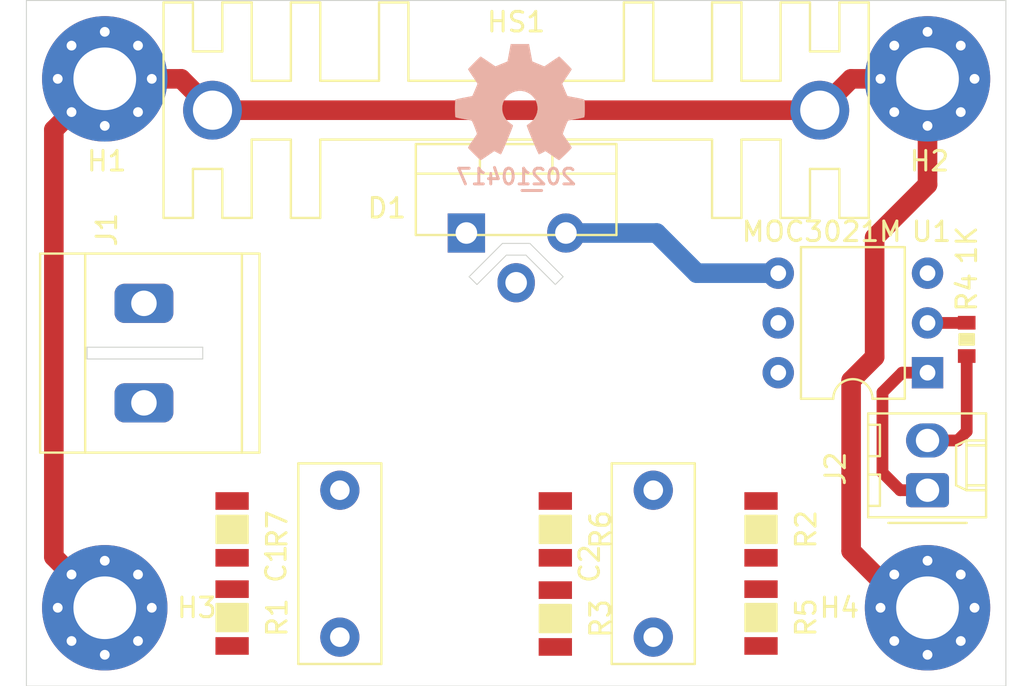
<source format=kicad_pcb>
(kicad_pcb (version 20171130) (host pcbnew 5.1.9-73d0e3b20d~88~ubuntu20.10.1)

  (general
    (thickness 1.6)
    (drawings 16)
    (tracks 28)
    (zones 0)
    (modules 20)
    (nets 16)
  )

  (page A4)
  (layers
    (0 F.Cu signal)
    (31 B.Cu signal)
    (32 B.Adhes user)
    (33 F.Adhes user)
    (34 B.Paste user)
    (35 F.Paste user)
    (36 B.SilkS user)
    (37 F.SilkS user)
    (38 B.Mask user)
    (39 F.Mask user)
    (40 Dwgs.User user)
    (41 Cmts.User user)
    (42 Eco1.User user)
    (43 Eco2.User user)
    (44 Edge.Cuts user)
    (45 Margin user)
    (46 B.CrtYd user)
    (47 F.CrtYd user)
    (48 B.Fab user)
    (49 F.Fab user)
  )

  (setup
    (last_trace_width 0.25)
    (user_trace_width 0.2)
    (user_trace_width 0.3)
    (user_trace_width 0.4)
    (user_trace_width 0.6)
    (user_trace_width 0.8)
    (user_trace_width 1)
    (user_trace_width 1.2)
    (user_trace_width 1.4)
    (user_trace_width 1.6)
    (user_trace_width 2)
    (trace_clearance 0.2)
    (zone_clearance 0.508)
    (zone_45_only no)
    (trace_min 0.1524)
    (via_size 0.8)
    (via_drill 0.4)
    (via_min_size 0.381)
    (via_min_drill 0.254)
    (user_via 0.4 0.254)
    (user_via 0.5 0.3)
    (user_via 0.6 0.4)
    (user_via 0.8 0.6)
    (user_via 1.1 0.8)
    (user_via 1.3 1)
    (user_via 1.5 1.2)
    (user_via 1.7 1.4)
    (user_via 1.9 1.6)
    (user_via 2.5 2)
    (uvia_size 0.3)
    (uvia_drill 0.1)
    (uvias_allowed no)
    (uvia_min_size 0.2)
    (uvia_min_drill 0.1)
    (edge_width 0.05)
    (segment_width 0.2)
    (pcb_text_width 0.3)
    (pcb_text_size 1.5 1.5)
    (mod_edge_width 0.12)
    (mod_text_size 0.8 0.8)
    (mod_text_width 0.12)
    (pad_size 1.524 1.524)
    (pad_drill 0.762)
    (pad_to_mask_clearance 0.0762)
    (solder_mask_min_width 0.1016)
    (pad_to_paste_clearance_ratio -0.1)
    (aux_axis_origin 0 0)
    (visible_elements FFFFFF7F)
    (pcbplotparams
      (layerselection 0x010fc_ffffffff)
      (usegerberextensions false)
      (usegerberattributes true)
      (usegerberadvancedattributes true)
      (creategerberjobfile true)
      (excludeedgelayer true)
      (linewidth 0.100000)
      (plotframeref false)
      (viasonmask false)
      (mode 1)
      (useauxorigin false)
      (hpglpennumber 1)
      (hpglpenspeed 20)
      (hpglpendiameter 15.000000)
      (psnegative false)
      (psa4output false)
      (plotreference true)
      (plotvalue true)
      (plotinvisibletext false)
      (padsonsilk false)
      (subtractmaskfromsilk false)
      (outputformat 1)
      (mirror false)
      (drillshape 1)
      (scaleselection 1)
      (outputdirectory ""))
  )

  (net 0 "")
  (net 1 "Net-(D1-Pad3)")
  (net 2 Earth)
  (net 3 "Net-(C1-Pad1)")
  (net 4 /LIVE)
  (net 5 /SWITCH)
  (net 6 /LED_C)
  (net 7 /LED_A)
  (net 8 "Net-(R2-Pad1)")
  (net 9 "Net-(R4-Pad1)")
  (net 10 "Net-(U1-Pad3)")
  (net 11 "Net-(U1-Pad5)")
  (net 12 "Net-(C2-Pad1)")
  (net 13 "Net-(R1-Pad1)")
  (net 14 "Net-(R2-Pad2)")
  (net 15 "Net-(R3-Pad1)")

  (net_class Default "This is the default net class."
    (clearance 0.2)
    (trace_width 0.25)
    (via_dia 0.8)
    (via_drill 0.4)
    (uvia_dia 0.3)
    (uvia_drill 0.1)
    (add_net /LED_A)
    (add_net /LED_C)
    (add_net /LIVE)
    (add_net /SWITCH)
    (add_net Earth)
    (add_net "Net-(C1-Pad1)")
    (add_net "Net-(C2-Pad1)")
    (add_net "Net-(D1-Pad3)")
    (add_net "Net-(R1-Pad1)")
    (add_net "Net-(R2-Pad1)")
    (add_net "Net-(R2-Pad2)")
    (add_net "Net-(R3-Pad1)")
    (add_net "Net-(R4-Pad1)")
    (add_net "Net-(U1-Pad3)")
    (add_net "Net-(U1-Pad5)")
  )

  (module SquantorRcl:R_1206 (layer F.Cu) (tedit 5EDA1F7D) (tstamp 607AC0C9)
    (at 140.5 102 270)
    (descr "Resistor SMD 1206, reflow soldering, Vishay (see dcrcw.pdf)")
    (tags "resistor 1206")
    (path /607BEA05)
    (attr smd)
    (fp_text reference R7 (at 0 -2.3 90) (layer F.SilkS)
      (effects (font (size 1 1) (thickness 0.15)))
    )
    (fp_text value 22 (at 0 2.3 90) (layer F.Fab)
      (effects (font (size 1 1) (thickness 0.15)))
    )
    (fp_poly (pts (xy 0.7 0.8) (xy -0.7 0.8) (xy -0.7 -0.8) (xy 0.7 -0.8)) (layer F.SilkS) (width 0.1))
    (fp_line (start -1.6 0.8) (end -1.6 -0.8) (layer F.Fab) (width 0.1))
    (fp_line (start 1.6 0.8) (end -1.6 0.8) (layer F.Fab) (width 0.1))
    (fp_line (start 1.6 -0.8) (end 1.6 0.8) (layer F.Fab) (width 0.1))
    (fp_line (start -1.6 -0.8) (end 1.6 -0.8) (layer F.Fab) (width 0.1))
    (fp_line (start -2.2 -1.2) (end 2.2 -1.2) (layer F.CrtYd) (width 0.05))
    (fp_line (start -2.2 1.2) (end 2.2 1.2) (layer F.CrtYd) (width 0.05))
    (fp_line (start -2.2 -1.2) (end -2.2 1.2) (layer F.CrtYd) (width 0.05))
    (fp_line (start 2.2 -1.2) (end 2.2 1.2) (layer F.CrtYd) (width 0.05))
    (pad 2 smd rect (at 1.45 0 270) (size 0.9 1.7) (layers F.Cu F.Paste F.Mask)
      (net 13 "Net-(R1-Pad1)"))
    (pad 1 smd rect (at -1.45 0 270) (size 0.9 1.7) (layers F.Cu F.Paste F.Mask)
      (net 4 /LIVE))
    (model ${KISYS3DMOD}/Resistor_SMD.3dshapes/R_1206_3216Metric.step
      (at (xyz 0 0 0))
      (scale (xyz 1 1 1))
      (rotate (xyz 0 0 0))
    )
  )

  (module SquantorRcl:R_1206 (layer F.Cu) (tedit 5EDA1F7D) (tstamp 607AC0BA)
    (at 157 102 270)
    (descr "Resistor SMD 1206, reflow soldering, Vishay (see dcrcw.pdf)")
    (tags "resistor 1206")
    (path /607C0DB0)
    (attr smd)
    (fp_text reference R6 (at 0 -2.3 90) (layer F.SilkS)
      (effects (font (size 1 1) (thickness 0.15)))
    )
    (fp_text value 470 (at 0 2.3 90) (layer F.Fab)
      (effects (font (size 1 1) (thickness 0.15)))
    )
    (fp_poly (pts (xy 0.7 0.8) (xy -0.7 0.8) (xy -0.7 -0.8) (xy 0.7 -0.8)) (layer F.SilkS) (width 0.1))
    (fp_line (start -1.6 0.8) (end -1.6 -0.8) (layer F.Fab) (width 0.1))
    (fp_line (start 1.6 0.8) (end -1.6 0.8) (layer F.Fab) (width 0.1))
    (fp_line (start 1.6 -0.8) (end 1.6 0.8) (layer F.Fab) (width 0.1))
    (fp_line (start -1.6 -0.8) (end 1.6 -0.8) (layer F.Fab) (width 0.1))
    (fp_line (start -2.2 -1.2) (end 2.2 -1.2) (layer F.CrtYd) (width 0.05))
    (fp_line (start -2.2 1.2) (end 2.2 1.2) (layer F.CrtYd) (width 0.05))
    (fp_line (start -2.2 -1.2) (end -2.2 1.2) (layer F.CrtYd) (width 0.05))
    (fp_line (start 2.2 -1.2) (end 2.2 1.2) (layer F.CrtYd) (width 0.05))
    (pad 2 smd rect (at 1.45 0 270) (size 0.9 1.7) (layers F.Cu F.Paste F.Mask)
      (net 15 "Net-(R3-Pad1)"))
    (pad 1 smd rect (at -1.45 0 270) (size 0.9 1.7) (layers F.Cu F.Paste F.Mask)
      (net 4 /LIVE))
    (model ${KISYS3DMOD}/Resistor_SMD.3dshapes/R_1206_3216Metric.step
      (at (xyz 0 0 0))
      (scale (xyz 1 1 1))
      (rotate (xyz 0 0 0))
    )
  )

  (module SquantorRcl:R_1206 (layer F.Cu) (tedit 5EDA1F7D) (tstamp 607AC0AB)
    (at 167.5 106.5 270)
    (descr "Resistor SMD 1206, reflow soldering, Vishay (see dcrcw.pdf)")
    (tags "resistor 1206")
    (path /607C14F7)
    (attr smd)
    (fp_text reference R5 (at 0 -2.3 90) (layer F.SilkS)
      (effects (font (size 1 1) (thickness 0.15)))
    )
    (fp_text value 150 (at 0 2.3 90) (layer F.Fab)
      (effects (font (size 1 1) (thickness 0.15)))
    )
    (fp_poly (pts (xy 0.7 0.8) (xy -0.7 0.8) (xy -0.7 -0.8) (xy 0.7 -0.8)) (layer F.SilkS) (width 0.1))
    (fp_line (start -1.6 0.8) (end -1.6 -0.8) (layer F.Fab) (width 0.1))
    (fp_line (start 1.6 0.8) (end -1.6 0.8) (layer F.Fab) (width 0.1))
    (fp_line (start 1.6 -0.8) (end 1.6 0.8) (layer F.Fab) (width 0.1))
    (fp_line (start -1.6 -0.8) (end 1.6 -0.8) (layer F.Fab) (width 0.1))
    (fp_line (start -2.2 -1.2) (end 2.2 -1.2) (layer F.CrtYd) (width 0.05))
    (fp_line (start -2.2 1.2) (end 2.2 1.2) (layer F.CrtYd) (width 0.05))
    (fp_line (start -2.2 -1.2) (end -2.2 1.2) (layer F.CrtYd) (width 0.05))
    (fp_line (start 2.2 -1.2) (end 2.2 1.2) (layer F.CrtYd) (width 0.05))
    (pad 2 smd rect (at 1.45 0 270) (size 0.9 1.7) (layers F.Cu F.Paste F.Mask)
      (net 12 "Net-(C2-Pad1)"))
    (pad 1 smd rect (at -1.45 0 270) (size 0.9 1.7) (layers F.Cu F.Paste F.Mask)
      (net 14 "Net-(R2-Pad2)"))
    (model ${KISYS3DMOD}/Resistor_SMD.3dshapes/R_1206_3216Metric.step
      (at (xyz 0 0 0))
      (scale (xyz 1 1 1))
      (rotate (xyz 0 0 0))
    )
  )

  (module SquantorRcl:R_1206 (layer F.Cu) (tedit 5EDA1F7D) (tstamp 6052CBF2)
    (at 157 106.55 270)
    (descr "Resistor SMD 1206, reflow soldering, Vishay (see dcrcw.pdf)")
    (tags "resistor 1206")
    (path /605553A8)
    (attr smd)
    (fp_text reference R3 (at 0 -2.3 90) (layer F.SilkS)
      (effects (font (size 1 1) (thickness 0.15)))
    )
    (fp_text value 470 (at 0 2.3 90) (layer F.Fab)
      (effects (font (size 1 1) (thickness 0.15)))
    )
    (fp_poly (pts (xy 0.7 0.8) (xy -0.7 0.8) (xy -0.7 -0.8) (xy 0.7 -0.8)) (layer F.SilkS) (width 0.1))
    (fp_line (start -1.6 0.8) (end -1.6 -0.8) (layer F.Fab) (width 0.1))
    (fp_line (start 1.6 0.8) (end -1.6 0.8) (layer F.Fab) (width 0.1))
    (fp_line (start 1.6 -0.8) (end 1.6 0.8) (layer F.Fab) (width 0.1))
    (fp_line (start -1.6 -0.8) (end 1.6 -0.8) (layer F.Fab) (width 0.1))
    (fp_line (start -2.2 -1.2) (end 2.2 -1.2) (layer F.CrtYd) (width 0.05))
    (fp_line (start -2.2 1.2) (end 2.2 1.2) (layer F.CrtYd) (width 0.05))
    (fp_line (start -2.2 -1.2) (end -2.2 1.2) (layer F.CrtYd) (width 0.05))
    (fp_line (start 2.2 -1.2) (end 2.2 1.2) (layer F.CrtYd) (width 0.05))
    (pad 2 smd rect (at 1.45 0 270) (size 0.9 1.7) (layers F.Cu F.Paste F.Mask)
      (net 12 "Net-(C2-Pad1)"))
    (pad 1 smd rect (at -1.45 0 270) (size 0.9 1.7) (layers F.Cu F.Paste F.Mask)
      (net 15 "Net-(R3-Pad1)"))
    (model ${KISYS3DMOD}/Resistor_SMD.3dshapes/R_1206_3216Metric.step
      (at (xyz 0 0 0))
      (scale (xyz 1 1 1))
      (rotate (xyz 0 0 0))
    )
  )

  (module SquantorRcl:R_1206 (layer F.Cu) (tedit 5EDA1F7D) (tstamp 6052CBDB)
    (at 167.5 102 270)
    (descr "Resistor SMD 1206, reflow soldering, Vishay (see dcrcw.pdf)")
    (tags "resistor 1206")
    (path /60554608)
    (attr smd)
    (fp_text reference R2 (at 0 -2.3 90) (layer F.SilkS)
      (effects (font (size 1 1) (thickness 0.15)))
    )
    (fp_text value 150 (at 0 2.3 90) (layer F.Fab)
      (effects (font (size 1 1) (thickness 0.15)))
    )
    (fp_poly (pts (xy 0.7 0.8) (xy -0.7 0.8) (xy -0.7 -0.8) (xy 0.7 -0.8)) (layer F.SilkS) (width 0.1))
    (fp_line (start -1.6 0.8) (end -1.6 -0.8) (layer F.Fab) (width 0.1))
    (fp_line (start 1.6 0.8) (end -1.6 0.8) (layer F.Fab) (width 0.1))
    (fp_line (start 1.6 -0.8) (end 1.6 0.8) (layer F.Fab) (width 0.1))
    (fp_line (start -1.6 -0.8) (end 1.6 -0.8) (layer F.Fab) (width 0.1))
    (fp_line (start -2.2 -1.2) (end 2.2 -1.2) (layer F.CrtYd) (width 0.05))
    (fp_line (start -2.2 1.2) (end 2.2 1.2) (layer F.CrtYd) (width 0.05))
    (fp_line (start -2.2 -1.2) (end -2.2 1.2) (layer F.CrtYd) (width 0.05))
    (fp_line (start 2.2 -1.2) (end 2.2 1.2) (layer F.CrtYd) (width 0.05))
    (pad 2 smd rect (at 1.45 0 270) (size 0.9 1.7) (layers F.Cu F.Paste F.Mask)
      (net 14 "Net-(R2-Pad2)"))
    (pad 1 smd rect (at -1.45 0 270) (size 0.9 1.7) (layers F.Cu F.Paste F.Mask)
      (net 8 "Net-(R2-Pad1)"))
    (model ${KISYS3DMOD}/Resistor_SMD.3dshapes/R_1206_3216Metric.step
      (at (xyz 0 0 0))
      (scale (xyz 1 1 1))
      (rotate (xyz 0 0 0))
    )
  )

  (module SquantorRcl:R_1206 (layer F.Cu) (tedit 5EDA1F7D) (tstamp 6052BDD0)
    (at 140.5 106.5 270)
    (descr "Resistor SMD 1206, reflow soldering, Vishay (see dcrcw.pdf)")
    (tags "resistor 1206")
    (path /60527D06)
    (attr smd)
    (fp_text reference R1 (at 0 -2.3 90) (layer F.SilkS)
      (effects (font (size 1 1) (thickness 0.15)))
    )
    (fp_text value 22 (at 0 2.3 90) (layer F.Fab)
      (effects (font (size 1 1) (thickness 0.15)))
    )
    (fp_poly (pts (xy 0.7 0.8) (xy -0.7 0.8) (xy -0.7 -0.8) (xy 0.7 -0.8)) (layer F.SilkS) (width 0.1))
    (fp_line (start -1.6 0.8) (end -1.6 -0.8) (layer F.Fab) (width 0.1))
    (fp_line (start 1.6 0.8) (end -1.6 0.8) (layer F.Fab) (width 0.1))
    (fp_line (start 1.6 -0.8) (end 1.6 0.8) (layer F.Fab) (width 0.1))
    (fp_line (start -1.6 -0.8) (end 1.6 -0.8) (layer F.Fab) (width 0.1))
    (fp_line (start -2.2 -1.2) (end 2.2 -1.2) (layer F.CrtYd) (width 0.05))
    (fp_line (start -2.2 1.2) (end 2.2 1.2) (layer F.CrtYd) (width 0.05))
    (fp_line (start -2.2 -1.2) (end -2.2 1.2) (layer F.CrtYd) (width 0.05))
    (fp_line (start 2.2 -1.2) (end 2.2 1.2) (layer F.CrtYd) (width 0.05))
    (pad 2 smd rect (at 1.45 0 270) (size 0.9 1.7) (layers F.Cu F.Paste F.Mask)
      (net 3 "Net-(C1-Pad1)"))
    (pad 1 smd rect (at -1.45 0 270) (size 0.9 1.7) (layers F.Cu F.Paste F.Mask)
      (net 13 "Net-(R1-Pad1)"))
    (model ${KISYS3DMOD}/Resistor_SMD.3dshapes/R_1206_3216Metric.step
      (at (xyz 0 0 0))
      (scale (xyz 1 1 1))
      (rotate (xyz 0 0 0))
    )
  )

  (module Capacitor_THT:C_Rect_L10.0mm_W4.0mm_P7.50mm_MKS4 (layer F.Cu) (tedit 5AE50EF0) (tstamp 6052CA26)
    (at 162 107.5 90)
    (descr "C, Rect series, Radial, pin pitch=7.50mm, , length*width=10*4.0mm^2, Capacitor, http://www.wima.com/EN/WIMA_MKS_4.pdf")
    (tags "C Rect series Radial pin pitch 7.50mm  length 10mm width 4.0mm Capacitor")
    (path /6055B041)
    (fp_text reference C2 (at 3.75 -3.25 90) (layer F.SilkS)
      (effects (font (size 1 1) (thickness 0.15)))
    )
    (fp_text value 47n (at 3.75 3.25 90) (layer F.Fab)
      (effects (font (size 1 1) (thickness 0.15)))
    )
    (fp_text user %R (at 3.75 0 90) (layer F.Fab)
      (effects (font (size 1 1) (thickness 0.15)))
    )
    (fp_line (start -1.25 -2) (end -1.25 2) (layer F.Fab) (width 0.1))
    (fp_line (start -1.25 2) (end 8.75 2) (layer F.Fab) (width 0.1))
    (fp_line (start 8.75 2) (end 8.75 -2) (layer F.Fab) (width 0.1))
    (fp_line (start 8.75 -2) (end -1.25 -2) (layer F.Fab) (width 0.1))
    (fp_line (start -1.37 -2.12) (end 8.87 -2.12) (layer F.SilkS) (width 0.12))
    (fp_line (start -1.37 2.12) (end 8.87 2.12) (layer F.SilkS) (width 0.12))
    (fp_line (start -1.37 -2.12) (end -1.37 2.12) (layer F.SilkS) (width 0.12))
    (fp_line (start 8.87 -2.12) (end 8.87 2.12) (layer F.SilkS) (width 0.12))
    (fp_line (start -1.5 -2.25) (end -1.5 2.25) (layer F.CrtYd) (width 0.05))
    (fp_line (start -1.5 2.25) (end 9 2.25) (layer F.CrtYd) (width 0.05))
    (fp_line (start 9 2.25) (end 9 -2.25) (layer F.CrtYd) (width 0.05))
    (fp_line (start 9 -2.25) (end -1.5 -2.25) (layer F.CrtYd) (width 0.05))
    (pad 2 thru_hole circle (at 7.5 0 90) (size 2 2) (drill 1) (layers *.Cu *.Mask)
      (net 5 /SWITCH))
    (pad 1 thru_hole circle (at 0 0 90) (size 2 2) (drill 1) (layers *.Cu *.Mask)
      (net 12 "Net-(C2-Pad1)"))
    (model ${KISYS3DMOD}/Capacitor_THT.3dshapes/C_Rect_L10.0mm_W4.0mm_P7.50mm_MKS4.wrl
      (at (xyz 0 0 0))
      (scale (xyz 1 1 1))
      (rotate (xyz 0 0 0))
    )
  )

  (module Capacitor_THT:C_Rect_L10.0mm_W4.0mm_P7.50mm_MKS4 (layer F.Cu) (tedit 5AE50EF0) (tstamp 6052BC7A)
    (at 146 107.5 90)
    (descr "C, Rect series, Radial, pin pitch=7.50mm, , length*width=10*4.0mm^2, Capacitor, http://www.wima.com/EN/WIMA_MKS_4.pdf")
    (tags "C Rect series Radial pin pitch 7.50mm  length 10mm width 4.0mm Capacitor")
    (path /60534759)
    (fp_text reference C1 (at 3.75 -3.25 90) (layer F.SilkS)
      (effects (font (size 1 1) (thickness 0.15)))
    )
    (fp_text value 10n (at 3.75 3.25 90) (layer F.Fab)
      (effects (font (size 1 1) (thickness 0.15)))
    )
    (fp_text user %R (at 3.75 0 90) (layer F.Fab)
      (effects (font (size 1 1) (thickness 0.15)))
    )
    (fp_line (start -1.25 -2) (end -1.25 2) (layer F.Fab) (width 0.1))
    (fp_line (start -1.25 2) (end 8.75 2) (layer F.Fab) (width 0.1))
    (fp_line (start 8.75 2) (end 8.75 -2) (layer F.Fab) (width 0.1))
    (fp_line (start 8.75 -2) (end -1.25 -2) (layer F.Fab) (width 0.1))
    (fp_line (start -1.37 -2.12) (end 8.87 -2.12) (layer F.SilkS) (width 0.12))
    (fp_line (start -1.37 2.12) (end 8.87 2.12) (layer F.SilkS) (width 0.12))
    (fp_line (start -1.37 -2.12) (end -1.37 2.12) (layer F.SilkS) (width 0.12))
    (fp_line (start 8.87 -2.12) (end 8.87 2.12) (layer F.SilkS) (width 0.12))
    (fp_line (start -1.5 -2.25) (end -1.5 2.25) (layer F.CrtYd) (width 0.05))
    (fp_line (start -1.5 2.25) (end 9 2.25) (layer F.CrtYd) (width 0.05))
    (fp_line (start 9 2.25) (end 9 -2.25) (layer F.CrtYd) (width 0.05))
    (fp_line (start 9 -2.25) (end -1.5 -2.25) (layer F.CrtYd) (width 0.05))
    (pad 2 thru_hole circle (at 7.5 0 90) (size 2 2) (drill 1) (layers *.Cu *.Mask)
      (net 5 /SWITCH))
    (pad 1 thru_hole circle (at 0 0 90) (size 2 2) (drill 1) (layers *.Cu *.Mask)
      (net 3 "Net-(C1-Pad1)"))
    (model ${KISYS3DMOD}/Capacitor_THT.3dshapes/C_Rect_L10.0mm_W4.0mm_P7.50mm_MKS4.wrl
      (at (xyz 0 0 0))
      (scale (xyz 1 1 1))
      (rotate (xyz 0 0 0))
    )
  )

  (module SquantorIC:TO-220-3_Vertical_stagger (layer F.Cu) (tedit 605260AB) (tstamp 60531BBC)
    (at 155 85.6)
    (descr "TO-220-3, Vertical, RM 2.54mm stagger all pins")
    (tags "TO-220-3 Vertical RM 2.54mm stagger")
    (path /60512F19)
    (fp_text reference D1 (at -6.6 0) (layer F.SilkS)
      (effects (font (size 1 1) (thickness 0.15)))
    )
    (fp_text value BTA16-600CRG (at 0 2.5) (layer F.Fab)
      (effects (font (size 1 1) (thickness 0.15)))
    )
    (fp_line (start -5 -3.15) (end -5 1.25) (layer F.Fab) (width 0.1))
    (fp_line (start -5 1.25) (end 5 1.25) (layer F.Fab) (width 0.1))
    (fp_line (start 5 1.25) (end 5 -3.15) (layer F.Fab) (width 0.1))
    (fp_line (start 5 -3.15) (end -5 -3.15) (layer F.Fab) (width 0.1))
    (fp_line (start -5 -1.88) (end 5 -1.88) (layer F.Fab) (width 0.1))
    (fp_line (start -1.85 -3.15) (end -1.85 -1.88) (layer F.Fab) (width 0.1))
    (fp_line (start 1.85 -3.15) (end 1.85 -1.88) (layer F.Fab) (width 0.1))
    (fp_line (start -5.12 -3.27) (end 5.12 -3.27) (layer F.SilkS) (width 0.12))
    (fp_line (start -5.12 1.371) (end 5.12 1.371) (layer F.SilkS) (width 0.12))
    (fp_line (start -5.12 -3.27) (end -5.12 1.371) (layer F.SilkS) (width 0.12))
    (fp_line (start 5.12 -3.27) (end 5.12 1.371) (layer F.SilkS) (width 0.12))
    (fp_line (start -5.12 -1.76) (end 5.12 -1.76) (layer F.SilkS) (width 0.12))
    (fp_line (start -1.85 -3.27) (end -1.85 -1.76) (layer F.SilkS) (width 0.12))
    (fp_line (start 1.851 -3.27) (end 1.851 -1.76) (layer F.SilkS) (width 0.12))
    (fp_line (start -5.25 -3.4) (end -5.25 1.51) (layer F.CrtYd) (width 0.05))
    (fp_line (start -5.25 1.51) (end 5.25 1.51) (layer F.CrtYd) (width 0.05))
    (fp_line (start 5.25 1.51) (end 5.25 -3.4) (layer F.CrtYd) (width 0.05))
    (fp_line (start 5.25 -3.4) (end -5.25 -3.4) (layer F.CrtYd) (width 0.05))
    (fp_text user %R (at 0 -4.27) (layer F.Fab)
      (effects (font (size 1 1) (thickness 0.15)))
    )
    (pad 3 thru_hole oval (at 2.54 1.27) (size 1.905 2) (drill 1.1) (layers *.Cu *.Mask)
      (net 1 "Net-(D1-Pad3)"))
    (pad 2 thru_hole oval (at 0 3.81) (size 1.905 2) (drill 1.1) (layers *.Cu *.Mask)
      (net 4 /LIVE))
    (pad 1 thru_hole rect (at -2.54 1.27) (size 1.905 2) (drill 1.1) (layers *.Cu *.Mask)
      (net 5 /SWITCH))
    (model ${KISYS3DMOD}/Package_TO_SOT_THT.3dshapes/TO-220-3_Vertical.wrl
      (offset (xyz -2.54 0 0))
      (scale (xyz 1 1 1))
      (rotate (xyz 0 0 0))
    )
  )

  (module Package_DIP:DIP-6_W7.62mm (layer F.Cu) (tedit 5A02E8C5) (tstamp 6052CC22)
    (at 176 94 180)
    (descr "6-lead though-hole mounted DIP package, row spacing 7.62 mm (300 mils)")
    (tags "THT DIP DIL PDIP 2.54mm 7.62mm 300mil")
    (path /6054CA09)
    (fp_text reference U1 (at -0.2 7.2) (layer F.SilkS)
      (effects (font (size 1 1) (thickness 0.15)))
    )
    (fp_text value MOC3021M (at 5.4 7.2) (layer F.SilkS)
      (effects (font (size 1 1) (thickness 0.15)))
    )
    (fp_line (start 8.7 -1.55) (end -1.1 -1.55) (layer F.CrtYd) (width 0.05))
    (fp_line (start 8.7 6.6) (end 8.7 -1.55) (layer F.CrtYd) (width 0.05))
    (fp_line (start -1.1 6.6) (end 8.7 6.6) (layer F.CrtYd) (width 0.05))
    (fp_line (start -1.1 -1.55) (end -1.1 6.6) (layer F.CrtYd) (width 0.05))
    (fp_line (start 6.46 -1.33) (end 4.81 -1.33) (layer F.SilkS) (width 0.12))
    (fp_line (start 6.46 6.41) (end 6.46 -1.33) (layer F.SilkS) (width 0.12))
    (fp_line (start 1.16 6.41) (end 6.46 6.41) (layer F.SilkS) (width 0.12))
    (fp_line (start 1.16 -1.33) (end 1.16 6.41) (layer F.SilkS) (width 0.12))
    (fp_line (start 2.81 -1.33) (end 1.16 -1.33) (layer F.SilkS) (width 0.12))
    (fp_line (start 0.635 -0.27) (end 1.635 -1.27) (layer F.Fab) (width 0.1))
    (fp_line (start 0.635 6.35) (end 0.635 -0.27) (layer F.Fab) (width 0.1))
    (fp_line (start 6.985 6.35) (end 0.635 6.35) (layer F.Fab) (width 0.1))
    (fp_line (start 6.985 -1.27) (end 6.985 6.35) (layer F.Fab) (width 0.1))
    (fp_line (start 1.635 -1.27) (end 6.985 -1.27) (layer F.Fab) (width 0.1))
    (fp_text user %R (at 3.81 2.54) (layer F.Fab)
      (effects (font (size 1 1) (thickness 0.15)))
    )
    (fp_arc (start 3.81 -1.33) (end 2.81 -1.33) (angle -180) (layer F.SilkS) (width 0.12))
    (pad 6 thru_hole oval (at 7.62 0 180) (size 1.6 1.6) (drill 0.8) (layers *.Cu *.Mask)
      (net 8 "Net-(R2-Pad1)"))
    (pad 3 thru_hole oval (at 0 5.08 180) (size 1.6 1.6) (drill 0.8) (layers *.Cu *.Mask)
      (net 10 "Net-(U1-Pad3)"))
    (pad 5 thru_hole oval (at 7.62 2.54 180) (size 1.6 1.6) (drill 0.8) (layers *.Cu *.Mask)
      (net 11 "Net-(U1-Pad5)"))
    (pad 2 thru_hole oval (at 0 2.54 180) (size 1.6 1.6) (drill 0.8) (layers *.Cu *.Mask)
      (net 9 "Net-(R4-Pad1)"))
    (pad 4 thru_hole oval (at 7.62 5.08 180) (size 1.6 1.6) (drill 0.8) (layers *.Cu *.Mask)
      (net 1 "Net-(D1-Pad3)"))
    (pad 1 thru_hole rect (at 0 0 180) (size 1.6 1.6) (drill 0.8) (layers *.Cu *.Mask)
      (net 7 /LED_A))
    (model ${KISYS3DMOD}/Package_DIP.3dshapes/DIP-6_W7.62mm.wrl
      (at (xyz 0 0 0))
      (scale (xyz 1 1 1))
      (rotate (xyz 0 0 0))
    )
  )

  (module SquantorRcl:R_0603_hand (layer F.Cu) (tedit 5D440259) (tstamp 6052CC08)
    (at 178 92.3 270)
    (descr "Resistor SMD 0603, reflow soldering, Vishay (see dcrcw.pdf)")
    (tags "resistor 0603")
    (path /6056E56E)
    (attr smd)
    (fp_text reference R4 (at -2.4 0 90) (layer F.SilkS)
      (effects (font (size 1 1) (thickness 0.15)))
    )
    (fp_text value 1K (at -4.8 0 90) (layer F.SilkS)
      (effects (font (size 1 1) (thickness 0.15)))
    )
    (fp_line (start 0 0.35) (end 0 -0.35) (layer F.SilkS) (width 0.15))
    (fp_line (start 0.1 -0.35) (end 0.1 0.35) (layer F.SilkS) (width 0.15))
    (fp_line (start -0.1 -0.35) (end 0.1 -0.35) (layer F.SilkS) (width 0.15))
    (fp_line (start -0.1 0.35) (end -0.1 -0.35) (layer F.SilkS) (width 0.15))
    (fp_line (start 0.25 0.35) (end -0.25 0.35) (layer F.SilkS) (width 0.15))
    (fp_line (start -0.25 -0.35) (end 0.25 -0.35) (layer F.SilkS) (width 0.15))
    (fp_line (start -0.25 0.35) (end -0.25 -0.35) (layer F.SilkS) (width 0.15))
    (fp_line (start 0.25 -0.35) (end 0.25 0.35) (layer F.SilkS) (width 0.15))
    (fp_line (start 1.45 -0.75) (end 1.45 0.75) (layer F.CrtYd) (width 0.05))
    (fp_line (start -1.45 -0.75) (end -1.45 0.75) (layer F.CrtYd) (width 0.05))
    (fp_line (start -1.45 0.75) (end 1.45 0.75) (layer F.CrtYd) (width 0.05))
    (fp_line (start -1.45 -0.75) (end 1.45 -0.75) (layer F.CrtYd) (width 0.05))
    (fp_line (start -0.8 -0.4) (end 0.8 -0.4) (layer F.Fab) (width 0.1))
    (fp_line (start 0.8 -0.4) (end 0.8 0.4) (layer F.Fab) (width 0.1))
    (fp_line (start 0.8 0.4) (end -0.8 0.4) (layer F.Fab) (width 0.1))
    (fp_line (start -0.8 0.4) (end -0.8 -0.4) (layer F.Fab) (width 0.1))
    (pad 2 smd rect (at 0.85 0 270) (size 0.7 0.9) (layers F.Cu F.Paste F.Mask)
      (net 6 /LED_C))
    (pad 1 smd rect (at -0.85 0 270) (size 0.7 0.9) (layers F.Cu F.Paste F.Mask)
      (net 9 "Net-(R4-Pad1)"))
    (model ${KISYS3DMOD}/Resistor_SMD.3dshapes/R_0603_1608Metric.step
      (at (xyz 0 0 0))
      (scale (xyz 1 1 1))
      (rotate (xyz 0 0 0))
    )
  )

  (module Connector_Molex:Molex_KK-254_AE-6410-02A_1x02_P2.54mm_Vertical (layer F.Cu) (tedit 5EA53D3B) (tstamp 6052CB88)
    (at 176 100 90)
    (descr "Molex KK-254 Interconnect System, old/engineering part number: AE-6410-02A example for new part number: 22-27-2021, 2 Pins (http://www.molex.com/pdm_docs/sd/022272021_sd.pdf), generated with kicad-footprint-generator")
    (tags "connector Molex KK-254 vertical")
    (path /60563112)
    (fp_text reference J2 (at 1.1 -4.7 90) (layer F.SilkS)
      (effects (font (size 1 1) (thickness 0.15)))
    )
    (fp_text value Conn_01x02 (at 1.27 4.08 90) (layer F.Fab)
      (effects (font (size 1 1) (thickness 0.15)))
    )
    (fp_line (start 4.31 -3.42) (end -1.77 -3.42) (layer F.CrtYd) (width 0.05))
    (fp_line (start 4.31 3.38) (end 4.31 -3.42) (layer F.CrtYd) (width 0.05))
    (fp_line (start -1.77 3.38) (end 4.31 3.38) (layer F.CrtYd) (width 0.05))
    (fp_line (start -1.77 -3.42) (end -1.77 3.38) (layer F.CrtYd) (width 0.05))
    (fp_line (start 3.34 -2.43) (end 3.34 -3.03) (layer F.SilkS) (width 0.12))
    (fp_line (start 1.74 -2.43) (end 3.34 -2.43) (layer F.SilkS) (width 0.12))
    (fp_line (start 1.74 -3.03) (end 1.74 -2.43) (layer F.SilkS) (width 0.12))
    (fp_line (start 0.8 -2.43) (end 0.8 -3.03) (layer F.SilkS) (width 0.12))
    (fp_line (start -0.8 -2.43) (end 0.8 -2.43) (layer F.SilkS) (width 0.12))
    (fp_line (start -0.8 -3.03) (end -0.8 -2.43) (layer F.SilkS) (width 0.12))
    (fp_line (start 2.29 2.99) (end 2.29 1.99) (layer F.SilkS) (width 0.12))
    (fp_line (start 0.25 2.99) (end 0.25 1.99) (layer F.SilkS) (width 0.12))
    (fp_line (start 2.29 1.46) (end 2.54 1.99) (layer F.SilkS) (width 0.12))
    (fp_line (start 0.25 1.46) (end 2.29 1.46) (layer F.SilkS) (width 0.12))
    (fp_line (start 0 1.99) (end 0.25 1.46) (layer F.SilkS) (width 0.12))
    (fp_line (start 2.54 1.99) (end 2.54 2.99) (layer F.SilkS) (width 0.12))
    (fp_line (start 0 1.99) (end 2.54 1.99) (layer F.SilkS) (width 0.12))
    (fp_line (start 0 2.99) (end 0 1.99) (layer F.SilkS) (width 0.12))
    (fp_line (start -0.562893 0) (end -1.27 0.5) (layer F.Fab) (width 0.1))
    (fp_line (start -1.27 -0.5) (end -0.562893 0) (layer F.Fab) (width 0.1))
    (fp_line (start -1.67 -2) (end -1.67 2) (layer F.SilkS) (width 0.12))
    (fp_line (start 3.92 -3.03) (end -1.38 -3.03) (layer F.SilkS) (width 0.12))
    (fp_line (start 3.92 2.99) (end 3.92 -3.03) (layer F.SilkS) (width 0.12))
    (fp_line (start -1.38 2.99) (end 3.92 2.99) (layer F.SilkS) (width 0.12))
    (fp_line (start -1.38 -3.03) (end -1.38 2.99) (layer F.SilkS) (width 0.12))
    (fp_line (start 3.81 -2.92) (end -1.27 -2.92) (layer F.Fab) (width 0.1))
    (fp_line (start 3.81 2.88) (end 3.81 -2.92) (layer F.Fab) (width 0.1))
    (fp_line (start -1.27 2.88) (end 3.81 2.88) (layer F.Fab) (width 0.1))
    (fp_line (start -1.27 -2.92) (end -1.27 2.88) (layer F.Fab) (width 0.1))
    (fp_text user %R (at 1.27 -2.22 90) (layer F.Fab)
      (effects (font (size 1 1) (thickness 0.15)))
    )
    (pad 2 thru_hole oval (at 2.54 0 90) (size 1.74 2.19) (drill 1.19) (layers *.Cu *.Mask)
      (net 6 /LED_C))
    (pad 1 thru_hole roundrect (at 0 0 90) (size 1.74 2.19) (drill 1.19) (layers *.Cu *.Mask) (roundrect_rratio 0.143678)
      (net 7 /LED_A))
    (model ${KISYS3DMOD}/Connector_Molex.3dshapes/Molex_KK-254_AE-6410-02A_1x02_P2.54mm_Vertical.wrl
      (at (xyz 0 0 0))
      (scale (xyz 1 1 1))
      (rotate (xyz 0 0 0))
    )
  )

  (module SquantorPhoenixContact:MKDS_2conn_508pitch_1711725 (layer F.Cu) (tedit 60524F92) (tstamp 6052C1F7)
    (at 136 93 270)
    (descr "Phoenix Contact 2 contact PCB terminal block - MKDS 3/ 2-5,08 - 1711725 ")
    (tags "PhoenixContact 2connections MKDS")
    (path /6053EF2C)
    (fp_text reference J1 (at -6.3 1.9 90) (layer F.SilkS)
      (effects (font (size 1 1) (thickness 0.15)))
    )
    (fp_text value Conn_01x02 (at 0 6.5 90) (layer F.Fab)
      (effects (font (size 1 1) (thickness 0.15)))
    )
    (fp_line (start -5.08 5.3) (end 5.08 5.3) (layer F.SilkS) (width 0.12))
    (fp_line (start 5.08 5.3) (end 5.08 -5.9) (layer F.SilkS) (width 0.12))
    (fp_line (start -5.08 3) (end 5.08 3) (layer F.SilkS) (width 0.12))
    (fp_line (start -5.08 -5) (end 5.08 -5) (layer F.SilkS) (width 0.12))
    (fp_line (start -5.08 -5.9) (end -5.08 5.3) (layer F.SilkS) (width 0.12))
    (fp_line (start 5.08 -5.9) (end -5.08 -5.9) (layer F.SilkS) (width 0.12))
    (fp_line (start 5.08 5.3) (end 5.08 -5.9) (layer F.Fab) (width 0.12))
    (fp_line (start 5.08 -5.9) (end -5.08 -5.9) (layer F.Fab) (width 0.12))
    (fp_line (start -5.08 -5.9) (end -5.08 5.3) (layer F.Fab) (width 0.12))
    (fp_line (start -5.08 5.3) (end 5.08 5.3) (layer F.Fab) (width 0.12))
    (fp_line (start -5.08 3) (end 5.08 3) (layer F.Fab) (width 0.12))
    (fp_line (start -5.08 -5) (end 5.08 -5) (layer F.Fab) (width 0.12))
    (pad 2 thru_hole roundrect (at 2.54 0 270) (size 2 3) (drill 1.3) (layers *.Cu *.Mask) (roundrect_rratio 0.25)
      (net 5 /SWITCH))
    (pad 1 thru_hole roundrect (at -2.54 0 270) (size 2 3) (drill 1.3) (layers *.Cu *.Mask) (roundrect_rratio 0.25)
      (net 4 /LIVE))
  )

  (module MountingHole:MountingHole_3.2mm_M3_Pad_Via (layer F.Cu) (tedit 56DDBCCA) (tstamp 6051A860)
    (at 176 106)
    (descr "Mounting Hole 3.2mm, M3")
    (tags "mounting hole 3.2mm m3")
    (path /6051D190)
    (attr virtual)
    (fp_text reference H4 (at -4.5 0) (layer F.SilkS)
      (effects (font (size 1 1) (thickness 0.15)))
    )
    (fp_text value M3 (at -4.6 0) (layer F.Fab)
      (effects (font (size 1 1) (thickness 0.15)))
    )
    (fp_circle (center 0 0) (end 3.2 0) (layer Cmts.User) (width 0.15))
    (fp_circle (center 0 0) (end 3.45 0) (layer F.CrtYd) (width 0.05))
    (fp_text user %R (at 0.3 0) (layer F.Fab)
      (effects (font (size 1 1) (thickness 0.15)))
    )
    (pad 1 thru_hole circle (at 1.697056 -1.697056) (size 0.8 0.8) (drill 0.5) (layers *.Cu *.Mask)
      (net 2 Earth))
    (pad 1 thru_hole circle (at 0 -2.4) (size 0.8 0.8) (drill 0.5) (layers *.Cu *.Mask)
      (net 2 Earth))
    (pad 1 thru_hole circle (at -1.697056 -1.697056) (size 0.8 0.8) (drill 0.5) (layers *.Cu *.Mask)
      (net 2 Earth))
    (pad 1 thru_hole circle (at -2.4 0) (size 0.8 0.8) (drill 0.5) (layers *.Cu *.Mask)
      (net 2 Earth))
    (pad 1 thru_hole circle (at -1.697056 1.697056) (size 0.8 0.8) (drill 0.5) (layers *.Cu *.Mask)
      (net 2 Earth))
    (pad 1 thru_hole circle (at 0 2.4) (size 0.8 0.8) (drill 0.5) (layers *.Cu *.Mask)
      (net 2 Earth))
    (pad 1 thru_hole circle (at 1.697056 1.697056) (size 0.8 0.8) (drill 0.5) (layers *.Cu *.Mask)
      (net 2 Earth))
    (pad 1 thru_hole circle (at 2.4 0) (size 0.8 0.8) (drill 0.5) (layers *.Cu *.Mask)
      (net 2 Earth))
    (pad 1 thru_hole circle (at 0 0) (size 6.4 6.4) (drill 3.2) (layers *.Cu *.Mask)
      (net 2 Earth))
  )

  (module MountingHole:MountingHole_3.2mm_M3_Pad_Via (layer F.Cu) (tedit 56DDBCCA) (tstamp 6051A554)
    (at 134 106)
    (descr "Mounting Hole 3.2mm, M3")
    (tags "mounting hole 3.2mm m3")
    (path /605196FE)
    (attr virtual)
    (fp_text reference H3 (at 4.7 0) (layer F.SilkS)
      (effects (font (size 1 1) (thickness 0.15)))
    )
    (fp_text value M3 (at 4.7 0) (layer F.Fab)
      (effects (font (size 1 1) (thickness 0.15)))
    )
    (fp_circle (center 0 0) (end 3.2 0) (layer Cmts.User) (width 0.15))
    (fp_circle (center 0 0) (end 3.45 0) (layer F.CrtYd) (width 0.05))
    (fp_text user %R (at 0.3 0) (layer F.Fab)
      (effects (font (size 1 1) (thickness 0.15)))
    )
    (pad 1 thru_hole circle (at 1.697056 -1.697056) (size 0.8 0.8) (drill 0.5) (layers *.Cu *.Mask)
      (net 2 Earth))
    (pad 1 thru_hole circle (at 0 -2.4) (size 0.8 0.8) (drill 0.5) (layers *.Cu *.Mask)
      (net 2 Earth))
    (pad 1 thru_hole circle (at -1.697056 -1.697056) (size 0.8 0.8) (drill 0.5) (layers *.Cu *.Mask)
      (net 2 Earth))
    (pad 1 thru_hole circle (at -2.4 0) (size 0.8 0.8) (drill 0.5) (layers *.Cu *.Mask)
      (net 2 Earth))
    (pad 1 thru_hole circle (at -1.697056 1.697056) (size 0.8 0.8) (drill 0.5) (layers *.Cu *.Mask)
      (net 2 Earth))
    (pad 1 thru_hole circle (at 0 2.4) (size 0.8 0.8) (drill 0.5) (layers *.Cu *.Mask)
      (net 2 Earth))
    (pad 1 thru_hole circle (at 1.697056 1.697056) (size 0.8 0.8) (drill 0.5) (layers *.Cu *.Mask)
      (net 2 Earth))
    (pad 1 thru_hole circle (at 2.4 0) (size 0.8 0.8) (drill 0.5) (layers *.Cu *.Mask)
      (net 2 Earth))
    (pad 1 thru_hole circle (at 0 0) (size 6.4 6.4) (drill 3.2) (layers *.Cu *.Mask)
      (net 2 Earth))
  )

  (module MountingHole:MountingHole_3.2mm_M3_Pad_Via (layer F.Cu) (tedit 56DDBCCA) (tstamp 6051A544)
    (at 176 79)
    (descr "Mounting Hole 3.2mm, M3")
    (tags "mounting hole 3.2mm m3")
    (path /6051928A)
    (attr virtual)
    (fp_text reference H2 (at 0.1 4.2) (layer F.SilkS)
      (effects (font (size 1 1) (thickness 0.15)))
    )
    (fp_text value M3 (at 0 4.2) (layer F.Fab)
      (effects (font (size 1 1) (thickness 0.15)))
    )
    (fp_circle (center 0 0) (end 3.2 0) (layer Cmts.User) (width 0.15))
    (fp_circle (center 0 0) (end 3.45 0) (layer F.CrtYd) (width 0.05))
    (fp_text user %R (at 0.3 0) (layer F.Fab)
      (effects (font (size 1 1) (thickness 0.15)))
    )
    (pad 1 thru_hole circle (at 1.697056 -1.697056) (size 0.8 0.8) (drill 0.5) (layers *.Cu *.Mask)
      (net 2 Earth))
    (pad 1 thru_hole circle (at 0 -2.4) (size 0.8 0.8) (drill 0.5) (layers *.Cu *.Mask)
      (net 2 Earth))
    (pad 1 thru_hole circle (at -1.697056 -1.697056) (size 0.8 0.8) (drill 0.5) (layers *.Cu *.Mask)
      (net 2 Earth))
    (pad 1 thru_hole circle (at -2.4 0) (size 0.8 0.8) (drill 0.5) (layers *.Cu *.Mask)
      (net 2 Earth))
    (pad 1 thru_hole circle (at -1.697056 1.697056) (size 0.8 0.8) (drill 0.5) (layers *.Cu *.Mask)
      (net 2 Earth))
    (pad 1 thru_hole circle (at 0 2.4) (size 0.8 0.8) (drill 0.5) (layers *.Cu *.Mask)
      (net 2 Earth))
    (pad 1 thru_hole circle (at 1.697056 1.697056) (size 0.8 0.8) (drill 0.5) (layers *.Cu *.Mask)
      (net 2 Earth))
    (pad 1 thru_hole circle (at 2.4 0) (size 0.8 0.8) (drill 0.5) (layers *.Cu *.Mask)
      (net 2 Earth))
    (pad 1 thru_hole circle (at 0 0) (size 6.4 6.4) (drill 3.2) (layers *.Cu *.Mask)
      (net 2 Earth))
  )

  (module MountingHole:MountingHole_3.2mm_M3_Pad_Via (layer F.Cu) (tedit 56DDBCCA) (tstamp 6051A534)
    (at 134 79)
    (descr "Mounting Hole 3.2mm, M3")
    (tags "mounting hole 3.2mm m3")
    (path /605166AC)
    (attr virtual)
    (fp_text reference H1 (at 0.1 4.2) (layer F.SilkS)
      (effects (font (size 1 1) (thickness 0.15)))
    )
    (fp_text value M3 (at 0 4.2) (layer F.Fab)
      (effects (font (size 1 1) (thickness 0.15)))
    )
    (fp_circle (center 0 0) (end 3.2 0) (layer Cmts.User) (width 0.15))
    (fp_circle (center 0 0) (end 3.45 0) (layer F.CrtYd) (width 0.05))
    (fp_text user %R (at 0.3 0) (layer F.Fab)
      (effects (font (size 1 1) (thickness 0.15)))
    )
    (pad 1 thru_hole circle (at 1.697056 -1.697056) (size 0.8 0.8) (drill 0.5) (layers *.Cu *.Mask)
      (net 2 Earth))
    (pad 1 thru_hole circle (at 0 -2.4) (size 0.8 0.8) (drill 0.5) (layers *.Cu *.Mask)
      (net 2 Earth))
    (pad 1 thru_hole circle (at -1.697056 -1.697056) (size 0.8 0.8) (drill 0.5) (layers *.Cu *.Mask)
      (net 2 Earth))
    (pad 1 thru_hole circle (at -2.4 0) (size 0.8 0.8) (drill 0.5) (layers *.Cu *.Mask)
      (net 2 Earth))
    (pad 1 thru_hole circle (at -1.697056 1.697056) (size 0.8 0.8) (drill 0.5) (layers *.Cu *.Mask)
      (net 2 Earth))
    (pad 1 thru_hole circle (at 0 2.4) (size 0.8 0.8) (drill 0.5) (layers *.Cu *.Mask)
      (net 2 Earth))
    (pad 1 thru_hole circle (at 1.697056 1.697056) (size 0.8 0.8) (drill 0.5) (layers *.Cu *.Mask)
      (net 2 Earth))
    (pad 1 thru_hole circle (at 2.4 0) (size 0.8 0.8) (drill 0.5) (layers *.Cu *.Mask)
      (net 2 Earth))
    (pad 1 thru_hole circle (at 0 0) (size 6.4 6.4) (drill 3.2) (layers *.Cu *.Mask)
      (net 2 Earth))
  )

  (module SquantorHeatsink:XSD683-022 (layer F.Cu) (tedit 6051312D) (tstamp 6052FA04)
    (at 155 80.6)
    (descr "Heatsink XSD683-022 35*11*25mm")
    (tags "Heatsink XSD683-022")
    (path /605140D5)
    (fp_text reference HS1 (at 0 -4.5) (layer F.SilkS)
      (effects (font (size 1 1) (thickness 0.15)))
    )
    (fp_text value XSD683-022 (at 0 3.6) (layer F.Fab)
      (effects (font (size 1 1) (thickness 0.15)))
    )
    (fp_line (start -5.5 -1.5) (end 5.5 -1.5) (layer F.SilkS) (width 0.12))
    (fp_line (start 10 1.5) (end -10 1.5) (layer F.SilkS) (width 0.12))
    (fp_line (start -5.5 -1.5) (end -5.5 -5.5) (layer F.SilkS) (width 0.12))
    (fp_line (start -5.5 -5.5) (end -7 -5.5) (layer F.SilkS) (width 0.12))
    (fp_line (start -7 -5.5) (end -7 -1.5) (layer F.SilkS) (width 0.12))
    (fp_line (start -7 -1.5) (end -10 -1.5) (layer F.SilkS) (width 0.12))
    (fp_line (start -10 -1.5) (end -10 -5.5) (layer F.SilkS) (width 0.12))
    (fp_line (start -10 -5.5) (end -11.5 -5.5) (layer F.SilkS) (width 0.12))
    (fp_line (start -11.5 -5.5) (end -11.5 -1.5) (layer F.SilkS) (width 0.12))
    (fp_line (start -10 1.5) (end -10 5.5) (layer F.SilkS) (width 0.12))
    (fp_line (start -10 5.5) (end -11.5 5.5) (layer F.SilkS) (width 0.12))
    (fp_line (start -11.5 5.5) (end -11.5 1.5) (layer F.SilkS) (width 0.12))
    (fp_line (start -11.5 -1.5) (end -13.5 -1.5) (layer F.SilkS) (width 0.12))
    (fp_line (start -13.5 -1.5) (end -13.5 -5.5) (layer F.SilkS) (width 0.12))
    (fp_line (start -13.5 -5.5) (end -15 -5.5) (layer F.SilkS) (width 0.12))
    (fp_line (start -15 -5.5) (end -15 -3) (layer F.SilkS) (width 0.12))
    (fp_line (start -18 -5.5) (end -18 5.5) (layer F.SilkS) (width 0.12))
    (fp_line (start 18 -5.5) (end 18 5.5) (layer F.SilkS) (width 0.12))
    (fp_line (start -15 -3) (end -16.5 -3) (layer F.SilkS) (width 0.12))
    (fp_line (start -16.5 -3) (end -16.5 -5.5) (layer F.SilkS) (width 0.12))
    (fp_line (start -16.5 -5.5) (end -18 -5.5) (layer F.SilkS) (width 0.12))
    (fp_line (start -18 5.5) (end -16.5 5.5) (layer F.SilkS) (width 0.12))
    (fp_line (start -16.5 5.5) (end -16.5 3) (layer F.SilkS) (width 0.12))
    (fp_line (start -16.5 3) (end -15 3) (layer F.SilkS) (width 0.12))
    (fp_line (start -15 3) (end -15 5.5) (layer F.SilkS) (width 0.12))
    (fp_line (start -15 5.5) (end -13.5 5.5) (layer F.SilkS) (width 0.12))
    (fp_line (start -13.5 5.5) (end -13.5 1.5) (layer F.SilkS) (width 0.12))
    (fp_line (start -13.5 1.5) (end -11.5 1.5) (layer F.SilkS) (width 0.12))
    (fp_line (start 7 -5.5) (end 5.5 -5.5) (layer F.SilkS) (width 0.12))
    (fp_line (start 7 -1.5) (end 7 -5.5) (layer F.SilkS) (width 0.12))
    (fp_line (start 5.5 -5.5) (end 5.5 -1.5) (layer F.SilkS) (width 0.12))
    (fp_line (start 10 5.5) (end 10 1.5) (layer F.SilkS) (width 0.12))
    (fp_line (start 11.5 1.5) (end 11.5 5.5) (layer F.SilkS) (width 0.12))
    (fp_line (start 11.5 5.5) (end 10 5.5) (layer F.SilkS) (width 0.12))
    (fp_line (start 10 -1.5) (end 7 -1.5) (layer F.SilkS) (width 0.12))
    (fp_line (start 10 -5.5) (end 10 -1.5) (layer F.SilkS) (width 0.12))
    (fp_line (start 11.5 -1.5) (end 11.5 -5.5) (layer F.SilkS) (width 0.12))
    (fp_line (start 11.5 -5.5) (end 10 -5.5) (layer F.SilkS) (width 0.12))
    (fp_line (start 13.5 -1.5) (end 11.5 -1.5) (layer F.SilkS) (width 0.12))
    (fp_line (start 15 -3) (end 16.5 -3) (layer F.SilkS) (width 0.12))
    (fp_line (start 13.5 -5.5) (end 15 -5.5) (layer F.SilkS) (width 0.12))
    (fp_line (start 16.5 -5.5) (end 18 -5.5) (layer F.SilkS) (width 0.12))
    (fp_line (start 13.5 -1.5) (end 13.5 -5.5) (layer F.SilkS) (width 0.12))
    (fp_line (start 16.5 -3) (end 16.5 -5.5) (layer F.SilkS) (width 0.12))
    (fp_line (start 15 -5.5) (end 15 -3) (layer F.SilkS) (width 0.12))
    (fp_line (start 15 5.5) (end 13.5 5.5) (layer F.SilkS) (width 0.12))
    (fp_line (start 16.5 5.5) (end 16.5 3) (layer F.SilkS) (width 0.12))
    (fp_line (start 13.5 5.5) (end 13.5 1.5) (layer F.SilkS) (width 0.12))
    (fp_line (start 16.5 3) (end 15 3) (layer F.SilkS) (width 0.12))
    (fp_line (start 15 3) (end 15 5.5) (layer F.SilkS) (width 0.12))
    (fp_line (start 18 5.5) (end 16.5 5.5) (layer F.SilkS) (width 0.12))
    (fp_line (start 13.5 1.5) (end 11.5 1.5) (layer F.SilkS) (width 0.12))
    (pad 2 thru_hole circle (at 15.5 0) (size 3 3) (drill 2) (layers *.Cu *.Mask)
      (net 2 Earth))
    (pad 1 thru_hole circle (at -15.5 0) (size 3 3) (drill 2) (layers *.Cu *.Mask)
      (net 2 Earth))
  )

  (module Symbol:OSHW-Symbol_6.7x6mm_SilkScreen (layer B.Cu) (tedit 0) (tstamp 5EE12086)
    (at 155.2 80.2 180)
    (descr "Open Source Hardware Symbol")
    (tags "Logo Symbol OSHW")
    (path /5EE13678)
    (attr virtual)
    (fp_text reference N2 (at 0 0) (layer B.SilkS) hide
      (effects (font (size 1 1) (thickness 0.15)) (justify mirror))
    )
    (fp_text value OHWLOGO (at 0.75 0) (layer B.Fab) hide
      (effects (font (size 1 1) (thickness 0.15)) (justify mirror))
    )
    (fp_poly (pts (xy 0.555814 2.531069) (xy 0.639635 2.086445) (xy 0.94892 1.958947) (xy 1.258206 1.831449)
      (xy 1.629246 2.083754) (xy 1.733157 2.154004) (xy 1.827087 2.216728) (xy 1.906652 2.269062)
      (xy 1.96747 2.308143) (xy 2.005157 2.331107) (xy 2.015421 2.336058) (xy 2.03391 2.323324)
      (xy 2.07342 2.288118) (xy 2.129522 2.234938) (xy 2.197787 2.168282) (xy 2.273786 2.092646)
      (xy 2.353092 2.012528) (xy 2.431275 1.932426) (xy 2.503907 1.856836) (xy 2.566559 1.790255)
      (xy 2.614803 1.737182) (xy 2.64421 1.702113) (xy 2.651241 1.690377) (xy 2.641123 1.66874)
      (xy 2.612759 1.621338) (xy 2.569129 1.552807) (xy 2.513218 1.467785) (xy 2.448006 1.370907)
      (xy 2.410219 1.31565) (xy 2.341343 1.214752) (xy 2.28014 1.123701) (xy 2.229578 1.04703)
      (xy 2.192628 0.989272) (xy 2.172258 0.954957) (xy 2.169197 0.947746) (xy 2.176136 0.927252)
      (xy 2.195051 0.879487) (xy 2.223087 0.811168) (xy 2.257391 0.729011) (xy 2.295109 0.63973)
      (xy 2.333387 0.550042) (xy 2.36937 0.466662) (xy 2.400206 0.396306) (xy 2.423039 0.34569)
      (xy 2.435017 0.321529) (xy 2.435724 0.320578) (xy 2.454531 0.315964) (xy 2.504618 0.305672)
      (xy 2.580793 0.290713) (xy 2.677865 0.272099) (xy 2.790643 0.250841) (xy 2.856442 0.238582)
      (xy 2.97695 0.215638) (xy 3.085797 0.193805) (xy 3.177476 0.174278) (xy 3.246481 0.158252)
      (xy 3.287304 0.146921) (xy 3.295511 0.143326) (xy 3.303548 0.118994) (xy 3.310033 0.064041)
      (xy 3.31497 -0.015108) (xy 3.318364 -0.112026) (xy 3.320218 -0.220287) (xy 3.320538 -0.333465)
      (xy 3.319327 -0.445135) (xy 3.31659 -0.548868) (xy 3.312331 -0.638241) (xy 3.306555 -0.706826)
      (xy 3.299267 -0.748197) (xy 3.294895 -0.75681) (xy 3.268764 -0.767133) (xy 3.213393 -0.781892)
      (xy 3.136107 -0.799352) (xy 3.04423 -0.81778) (xy 3.012158 -0.823741) (xy 2.857524 -0.852066)
      (xy 2.735375 -0.874876) (xy 2.641673 -0.89308) (xy 2.572384 -0.907583) (xy 2.523471 -0.919292)
      (xy 2.490897 -0.929115) (xy 2.470628 -0.937956) (xy 2.458626 -0.946724) (xy 2.456947 -0.948457)
      (xy 2.440184 -0.976371) (xy 2.414614 -1.030695) (xy 2.382788 -1.104777) (xy 2.34726 -1.191965)
      (xy 2.310583 -1.285608) (xy 2.275311 -1.379052) (xy 2.243996 -1.465647) (xy 2.219193 -1.53874)
      (xy 2.203454 -1.591678) (xy 2.199332 -1.617811) (xy 2.199676 -1.618726) (xy 2.213641 -1.640086)
      (xy 2.245322 -1.687084) (xy 2.291391 -1.754827) (xy 2.348518 -1.838423) (xy 2.413373 -1.932982)
      (xy 2.431843 -1.959854) (xy 2.497699 -2.057275) (xy 2.55565 -2.146163) (xy 2.602538 -2.221412)
      (xy 2.635207 -2.27792) (xy 2.6505 -2.310581) (xy 2.651241 -2.314593) (xy 2.638392 -2.335684)
      (xy 2.602888 -2.377464) (xy 2.549293 -2.435445) (xy 2.482171 -2.505135) (xy 2.406087 -2.582045)
      (xy 2.325604 -2.661683) (xy 2.245287 -2.739561) (xy 2.169699 -2.811186) (xy 2.103405 -2.87207)
      (xy 2.050969 -2.917721) (xy 2.016955 -2.94365) (xy 2.007545 -2.947883) (xy 1.985643 -2.937912)
      (xy 1.9408 -2.91102) (xy 1.880321 -2.871736) (xy 1.833789 -2.840117) (xy 1.749475 -2.782098)
      (xy 1.649626 -2.713784) (xy 1.549473 -2.645579) (xy 1.495627 -2.609075) (xy 1.313371 -2.4858)
      (xy 1.160381 -2.56852) (xy 1.090682 -2.604759) (xy 1.031414 -2.632926) (xy 0.991311 -2.648991)
      (xy 0.981103 -2.651226) (xy 0.968829 -2.634722) (xy 0.944613 -2.588082) (xy 0.910263 -2.515609)
      (xy 0.867588 -2.421606) (xy 0.818394 -2.310374) (xy 0.76449 -2.186215) (xy 0.707684 -2.053432)
      (xy 0.649782 -1.916327) (xy 0.592593 -1.779202) (xy 0.537924 -1.646358) (xy 0.487584 -1.522098)
      (xy 0.44338 -1.410725) (xy 0.407119 -1.316539) (xy 0.380609 -1.243844) (xy 0.365658 -1.196941)
      (xy 0.363254 -1.180833) (xy 0.382311 -1.160286) (xy 0.424036 -1.126933) (xy 0.479706 -1.087702)
      (xy 0.484378 -1.084599) (xy 0.628264 -0.969423) (xy 0.744283 -0.835053) (xy 0.83143 -0.685784)
      (xy 0.888699 -0.525913) (xy 0.915086 -0.359737) (xy 0.909585 -0.191552) (xy 0.87119 -0.025655)
      (xy 0.798895 0.133658) (xy 0.777626 0.168513) (xy 0.666996 0.309263) (xy 0.536302 0.422286)
      (xy 0.390064 0.506997) (xy 0.232808 0.562806) (xy 0.069057 0.589126) (xy -0.096667 0.58537)
      (xy -0.259838 0.55095) (xy -0.415935 0.485277) (xy -0.560433 0.387765) (xy -0.605131 0.348187)
      (xy -0.718888 0.224297) (xy -0.801782 0.093876) (xy -0.858644 -0.052315) (xy -0.890313 -0.197088)
      (xy -0.898131 -0.35986) (xy -0.872062 -0.52344) (xy -0.814755 -0.682298) (xy -0.728856 -0.830906)
      (xy -0.617014 -0.963735) (xy -0.481877 -1.075256) (xy -0.464117 -1.087011) (xy -0.40785 -1.125508)
      (xy -0.365077 -1.158863) (xy -0.344628 -1.18016) (xy -0.344331 -1.180833) (xy -0.348721 -1.203871)
      (xy -0.366124 -1.256157) (xy -0.394732 -1.33339) (xy -0.432735 -1.431268) (xy -0.478326 -1.545491)
      (xy -0.529697 -1.671758) (xy -0.585038 -1.805767) (xy -0.642542 -1.943218) (xy -0.700399 -2.079808)
      (xy -0.756802 -2.211237) (xy -0.809942 -2.333205) (xy -0.85801 -2.441409) (xy -0.899199 -2.531549)
      (xy -0.931699 -2.599323) (xy -0.953703 -2.64043) (xy -0.962564 -2.651226) (xy -0.98964 -2.642819)
      (xy -1.040303 -2.620272) (xy -1.105817 -2.587613) (xy -1.141841 -2.56852) (xy -1.294832 -2.4858)
      (xy -1.477088 -2.609075) (xy -1.570125 -2.672228) (xy -1.671985 -2.741727) (xy -1.767438 -2.807165)
      (xy -1.81525 -2.840117) (xy -1.882495 -2.885273) (xy -1.939436 -2.921057) (xy -1.978646 -2.942938)
      (xy -1.991381 -2.947563) (xy -2.009917 -2.935085) (xy -2.050941 -2.900252) (xy -2.110475 -2.846678)
      (xy -2.184542 -2.777983) (xy -2.269165 -2.697781) (xy -2.322685 -2.646286) (xy -2.416319 -2.554286)
      (xy -2.497241 -2.471999) (xy -2.562177 -2.402945) (xy -2.607858 -2.350644) (xy -2.631011 -2.318616)
      (xy -2.633232 -2.312116) (xy -2.622924 -2.287394) (xy -2.594439 -2.237405) (xy -2.550937 -2.167212)
      (xy -2.495577 -2.081875) (xy -2.43152 -1.986456) (xy -2.413303 -1.959854) (xy -2.346927 -1.863167)
      (xy -2.287378 -1.776117) (xy -2.237984 -1.703595) (xy -2.202075 -1.650493) (xy -2.182981 -1.621703)
      (xy -2.181136 -1.618726) (xy -2.183895 -1.595782) (xy -2.198538 -1.545336) (xy -2.222513 -1.474041)
      (xy -2.253266 -1.388547) (xy -2.288244 -1.295507) (xy -2.324893 -1.201574) (xy -2.360661 -1.113399)
      (xy -2.392994 -1.037634) (xy -2.419338 -0.980931) (xy -2.437142 -0.949943) (xy -2.438407 -0.948457)
      (xy -2.449294 -0.939601) (xy -2.467682 -0.930843) (xy -2.497606 -0.921277) (xy -2.543103 -0.909996)
      (xy -2.608209 -0.896093) (xy -2.696961 -0.878663) (xy -2.813393 -0.856798) (xy -2.961542 -0.829591)
      (xy -2.993618 -0.823741) (xy -3.088686 -0.805374) (xy -3.171565 -0.787405) (xy -3.23493 -0.771569)
      (xy -3.271458 -0.7596) (xy -3.276356 -0.75681) (xy -3.284427 -0.732072) (xy -3.290987 -0.67679)
      (xy -3.296033 -0.597389) (xy -3.299559 -0.500296) (xy -3.301561 -0.391938) (xy -3.302036 -0.27874)
      (xy -3.300977 -0.167128) (xy -3.298382 -0.063529) (xy -3.294246 0.025632) (xy -3.288563 0.093928)
      (xy -3.281331 0.134934) (xy -3.276971 0.143326) (xy -3.252698 0.151792) (xy -3.197426 0.165565)
      (xy -3.116662 0.18345) (xy -3.015912 0.204252) (xy -2.900683 0.226777) (xy -2.837902 0.238582)
      (xy -2.718787 0.260849) (xy -2.612565 0.281021) (xy -2.524427 0.298085) (xy -2.459566 0.311031)
      (xy -2.423174 0.318845) (xy -2.417184 0.320578) (xy -2.407061 0.34011) (xy -2.385662 0.387157)
      (xy -2.355839 0.454997) (xy -2.320445 0.536909) (xy -2.282332 0.626172) (xy -2.244353 0.716065)
      (xy -2.20936 0.799865) (xy -2.180206 0.870853) (xy -2.159743 0.922306) (xy -2.150823 0.947503)
      (xy -2.150657 0.948604) (xy -2.160769 0.968481) (xy -2.189117 1.014223) (xy -2.232723 1.081283)
      (xy -2.288606 1.165116) (xy -2.353787 1.261174) (xy -2.391679 1.31635) (xy -2.460725 1.417519)
      (xy -2.52205 1.50937) (xy -2.572663 1.587256) (xy -2.609571 1.646531) (xy -2.629782 1.682549)
      (xy -2.632701 1.690623) (xy -2.620153 1.709416) (xy -2.585463 1.749543) (xy -2.533063 1.806507)
      (xy -2.467384 1.875815) (xy -2.392856 1.952969) (xy -2.313913 2.033475) (xy -2.234983 2.112837)
      (xy -2.1605 2.18656) (xy -2.094894 2.250148) (xy -2.042596 2.299106) (xy -2.008039 2.328939)
      (xy -1.996478 2.336058) (xy -1.977654 2.326047) (xy -1.932631 2.297922) (xy -1.865787 2.254546)
      (xy -1.781499 2.198782) (xy -1.684144 2.133494) (xy -1.610707 2.083754) (xy -1.239667 1.831449)
      (xy -0.621095 2.086445) (xy -0.537275 2.531069) (xy -0.453454 2.975693) (xy 0.471994 2.975693)
      (xy 0.555814 2.531069)) (layer B.SilkS) (width 0.01))
  )

  (module SquantorLabels:Label_Generic (layer B.Cu) (tedit 5D8A7D4C) (tstamp 5EE12051)
    (at 155.8 84.1 180)
    (descr "Label for general purpose use")
    (tags Label)
    (path /5EE12BF3)
    (attr smd)
    (fp_text reference N1 (at 0 -1.85) (layer B.Fab) hide
      (effects (font (size 1 1) (thickness 0.15)) (justify mirror))
    )
    (fp_text value 20210417 (at 0.8 0.1) (layer B.SilkS)
      (effects (font (size 0.8 0.8) (thickness 0.15)) (justify mirror))
    )
    (fp_line (start -0.5 -0.6) (end 0.5 -0.6) (layer B.SilkS) (width 0.15))
  )

  (gr_line (start 152.6 89.1) (end 153 89.5) (layer Edge.Cuts) (width 0.05) (tstamp 60531C85))
  (gr_line (start 154.3 87.4) (end 152.6 89.1) (layer Edge.Cuts) (width 0.05))
  (gr_line (start 155.7 87.4) (end 154.3 87.4) (layer Edge.Cuts) (width 0.05))
  (gr_line (start 157.4 89.1) (end 155.7 87.4) (layer Edge.Cuts) (width 0.05))
  (gr_line (start 157 89.5) (end 157.4 89.1) (layer Edge.Cuts) (width 0.05))
  (gr_line (start 155.5 88) (end 157 89.5) (layer Edge.Cuts) (width 0.05))
  (gr_line (start 154.5 88) (end 155.5 88) (layer Edge.Cuts) (width 0.05))
  (gr_line (start 153 89.5) (end 154.5 88) (layer Edge.Cuts) (width 0.05))
  (gr_line (start 139 92.7) (end 139 93.3) (layer Edge.Cuts) (width 0.05) (tstamp 6053003E))
  (gr_line (start 133.1 92.7) (end 139 92.7) (layer Edge.Cuts) (width 0.05))
  (gr_line (start 133.1 93.3) (end 133.1 92.7) (layer Edge.Cuts) (width 0.05))
  (gr_line (start 139 93.3) (end 133.1 93.3) (layer Edge.Cuts) (width 0.05))
  (gr_line (start 180 75) (end 130 75) (layer Edge.Cuts) (width 0.05) (tstamp 6051A604))
  (gr_line (start 180 110) (end 180 75) (layer Edge.Cuts) (width 0.05))
  (gr_line (start 130 110) (end 180 110) (layer Edge.Cuts) (width 0.05))
  (gr_line (start 130 75) (end 130 110) (layer Edge.Cuts) (width 0.05))

  (segment (start 168.38 88.92) (end 164.22 88.92) (width 1) (layer B.Cu) (net 1))
  (segment (start 162.17 86.87) (end 157.54 86.87) (width 1) (layer B.Cu) (net 1))
  (segment (start 164.22 88.92) (end 162.17 86.87) (width 1) (layer B.Cu) (net 1))
  (segment (start 134 106) (end 131.4 103.4) (width 1) (layer F.Cu) (net 2))
  (segment (start 131.4 81.6) (end 134 79) (width 1) (layer F.Cu) (net 2))
  (segment (start 131.4 103.4) (end 131.4 81.6) (width 1) (layer F.Cu) (net 2))
  (segment (start 137.9 79) (end 134 79) (width 1) (layer F.Cu) (net 2))
  (segment (start 139.5 80.6) (end 137.9 79) (width 1) (layer F.Cu) (net 2))
  (segment (start 139.5 80.6) (end 170.5 80.6) (width 1) (layer F.Cu) (net 2))
  (segment (start 176 106) (end 175 106) (width 1) (layer F.Cu) (net 2))
  (segment (start 175 106) (end 172.1 103.1) (width 1) (layer F.Cu) (net 2))
  (segment (start 172.1 103.1) (end 172.1 94.4) (width 1) (layer F.Cu) (net 2))
  (segment (start 172.1 94.4) (end 173.3 93.2) (width 1) (layer F.Cu) (net 2))
  (segment (start 173.3 93.2) (end 173.3 87.1) (width 1) (layer F.Cu) (net 2))
  (segment (start 176 84.4) (end 176 79) (width 1) (layer F.Cu) (net 2))
  (segment (start 173.3 87.1) (end 176 84.4) (width 1) (layer F.Cu) (net 2))
  (segment (start 172.1 79) (end 176 79) (width 1) (layer F.Cu) (net 2))
  (segment (start 170.5 80.6) (end 172.1 79) (width 1) (layer F.Cu) (net 2))
  (segment (start 176 97.46) (end 177.54 97.46) (width 0.6) (layer F.Cu) (net 6))
  (segment (start 177.54 97.46) (end 178 97) (width 0.6) (layer F.Cu) (net 6))
  (segment (start 178 97) (end 178 93.15) (width 0.6) (layer F.Cu) (net 6))
  (segment (start 176 100) (end 174.6 100) (width 0.6) (layer F.Cu) (net 7))
  (segment (start 174.6 100) (end 173.7 99.1) (width 0.6) (layer F.Cu) (net 7))
  (segment (start 173.7 99.1) (end 173.7 95) (width 0.6) (layer F.Cu) (net 7))
  (segment (start 174.7 94) (end 176 94) (width 0.6) (layer F.Cu) (net 7))
  (segment (start 173.7 95) (end 174.7 94) (width 0.6) (layer F.Cu) (net 7))
  (segment (start 177.99 91.46) (end 178 91.45) (width 0.6) (layer F.Cu) (net 9))
  (segment (start 176 91.46) (end 177.99 91.46) (width 0.6) (layer F.Cu) (net 9))

)

</source>
